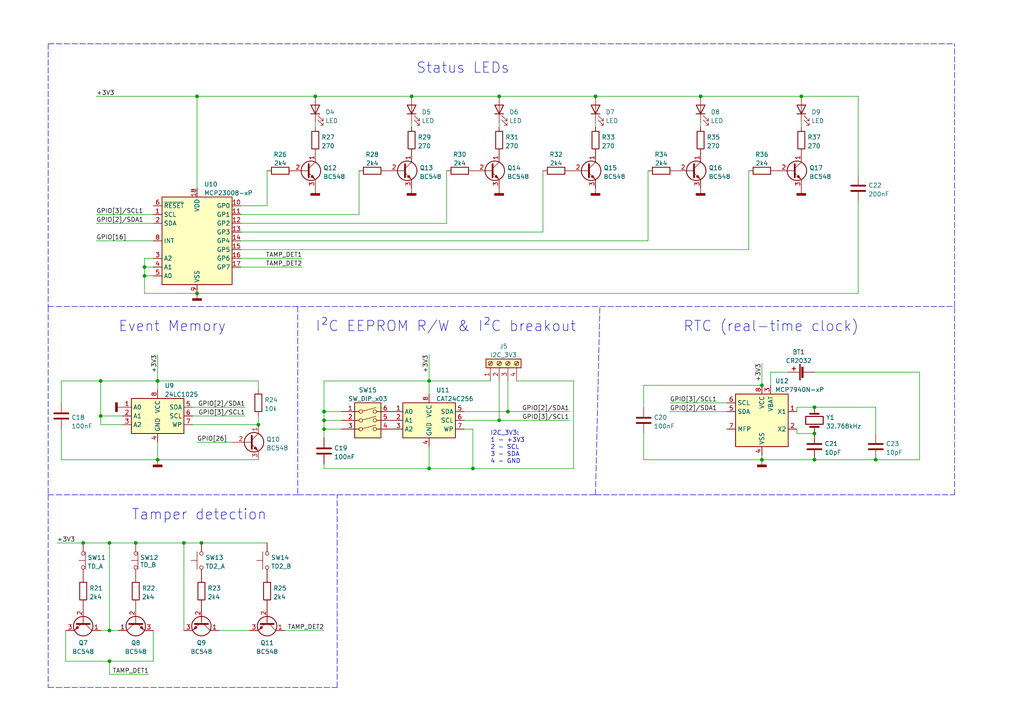
<source format=kicad_sch>
(kicad_sch (version 20211123) (generator eeschema)
  (paper "A4")
  (title_block (title "The Ulysses Board") (date "2022-09-04") (rev "1.3") (company "Dirk Gottschalk") (comment 1 "Status & I2C module") (comment 2 "Schematics") (comment 3 "Draft") (comment 4 "EN") (comment 5 "Tech- dev.") (comment 6 "n/a") (comment 7 "Dirk Gottschalk"))
  (lib_symbols
    (symbol "Connector:Screw_Terminal_01x04" (pin_names (offset 1.016) hide)
      (property "Reference" "J" (at 0 5.08 0))
      (property "Value" "Screw_Terminal_01x04" (at 0 -7.62 0))
      (symbol "Screw_Terminal_01x04_1_1"
        (rectangle (start -1.27 3.81) (end 1.27 -6.35) (stroke (width 0.254)) (fill (type background)))
        (circle (center 0 -5.08) (radius 0.635) (stroke (width 0.1524)))
        (circle (center 0 -2.54) (radius 0.635) (stroke (width 0.1524)))
        (polyline (pts (xy -0.5334 -4.7498) (xy 0.3302 -5.588)) (stroke (width 0.1524)))
        (polyline (pts (xy -0.5334 -2.2098) (xy 0.3302 -3.048)) (stroke (width 0.1524)))
        (polyline (pts (xy -0.5334 0.3302) (xy 0.3302 -0.508)) (stroke (width 0.1524)))
        (polyline (pts (xy -0.5334 2.8702) (xy 0.3302 2.032)) (stroke (width 0.1524)))
        (polyline (pts (xy -0.3556 -4.572) (xy 0.508 -5.4102)) (stroke (width 0.1524)))
        (polyline (pts (xy -0.3556 -2.032) (xy 0.508 -2.8702)) (stroke (width 0.1524)))
        (polyline (pts (xy -0.3556 0.508) (xy 0.508 -0.3302)) (stroke (width 0.1524)))
        (polyline (pts (xy -0.3556 3.048) (xy 0.508 2.2098)) (stroke (width 0.1524)))
        (circle (center 0 0) (radius 0.635) (stroke (width 0.1524)))
        (circle (center 0 2.54) (radius 0.635) (stroke (width 0.1524)))
        (pin passive line (at -5.08 2.54 0) (length 3.81) (name "Pin_1") (number "1"))
        (pin passive line (at -5.08 0 0) (length 3.81) (name "Pin_2") (number "2"))
        (pin passive line (at -5.08 -2.54 0) (length 3.81) (name "Pin_3") (number "3"))
        (pin passive line (at -5.08 -5.08 0) (length 3.81) (name "Pin_4") (number "4"))
      )
    )
    (symbol "Device:Battery_Cell" (pin_numbers hide) (pin_names (offset 0) hide)
      (property "Reference" "BT" (at 2.54 2.54 0))
      (property "Value" "Battery_Cell" (at 2.54 0 0))
      (symbol "Battery_Cell_0_1"
        (rectangle (start -2.286 1.778) (end 2.286 1.524) (fill (type outline)))
        (rectangle (start -1.5748 1.1938) (end 1.4732 0.6858) (fill (type outline)))
        (polyline (pts (xy 0 0.762) (xy 0 0)))
        (polyline (pts (xy 0 1.778) (xy 0 2.54)))
        (polyline (pts (xy 0.508 3.429) (xy 1.524 3.429)) (stroke (width 0.254)))
        (polyline (pts (xy 1.016 3.937) (xy 1.016 2.921)) (stroke (width 0.254)))
      )
      (symbol "Battery_Cell_1_1"
        (pin passive line (at 0 5.08 270) (length 2.54) (name "+") (number "1"))
        (pin passive line (at 0 -2.54 90) (length 2.54) (name "-") (number "2"))
      )
    )
    (symbol "Device:C" (pin_numbers hide) (pin_names (offset 0.254))
      (property "Reference" "C" (at 0.635 2.54 0))
      (property "Value" "C" (at 0.635 -2.54 0))
      (symbol "C_0_1"
        (polyline (pts (xy -2.032 -0.762) (xy 2.032 -0.762)) (stroke (width 0.508)))
        (polyline (pts (xy -2.032 0.762) (xy 2.032 0.762)) (stroke (width 0.508)))
      )
      (symbol "C_1_1"
        (pin passive line (at 0 3.81 270) (length 2.794) (name "~") (number "1"))
        (pin passive line (at 0 -3.81 90) (length 2.794) (name "~") (number "2"))
      )
    )
    (symbol "Device:Crystal" (pin_numbers hide) (pin_names (offset 1.016) hide)
      (property "Reference" "Y" (at 0 3.81 0))
      (property "Value" "Crystal" (at 0 -3.81 0))
      (symbol "Crystal_0_1"
        (rectangle (start -1.143 2.54) (end 1.143 -2.54) (stroke (width 0.3048)))
        (polyline (pts (xy -2.54 0) (xy -1.905 0)))
        (polyline (pts (xy -1.905 -1.27) (xy -1.905 1.27)) (stroke (width 0.508)))
        (polyline (pts (xy 1.905 -1.27) (xy 1.905 1.27)) (stroke (width 0.508)))
        (polyline (pts (xy 2.54 0) (xy 1.905 0)))
      )
      (symbol "Crystal_1_1"
        (pin passive line (at -3.81 0 0) (length 1.27) (name "1") (number "1"))
        (pin passive line (at 3.81 0 180) (length 1.27) (name "2") (number "2"))
      )
    )
    (symbol "Device:LED" (pin_numbers hide) (pin_names (offset 1.016) hide)
      (property "Reference" "D" (at 0 2.54 0))
      (property "Value" "LED" (at 0 -2.54 0))
      (symbol "LED_0_1"
        (polyline (pts (xy -1.27 -1.27) (xy -1.27 1.27)) (stroke (width 0.254)))
        (polyline (pts (xy -1.27 0) (xy 1.27 0)))
        (polyline (pts (xy 1.27 -1.27) (xy 1.27 1.27) (xy -1.27 0) (xy 1.27 -1.27)) (stroke (width 0.254)))
        (polyline (pts (xy -3.048 -0.762) (xy -4.572 -2.286) (xy -3.81 -2.286) (xy -4.572 -2.286) (xy -4.572 -1.524)))
        (polyline (pts (xy -1.778 -0.762) (xy -3.302 -2.286) (xy -2.54 -2.286) (xy -3.302 -2.286) (xy -3.302 -1.524)))
      )
      (symbol "LED_1_1"
        (pin passive line (at -3.81 0 0) (length 2.54) (name "K") (number "1"))
        (pin passive line (at 3.81 0 180) (length 2.54) (name "A") (number "2"))
      )
    )
    (symbol "Device:R" (pin_numbers hide) (pin_names (offset 0))
      (property "Reference" "R" (at 2.032 0 90))
      (property "Value" "R" (at 0 0 90))
      (symbol "R_0_1"
        (rectangle (start -1.016 -2.54) (end 1.016 2.54) (stroke (width 0.254)))
      )
      (symbol "R_1_1"
        (pin passive line (at 0 3.81 270) (length 1.27) (name "~") (number "1"))
        (pin passive line (at 0 -3.81 90) (length 1.27) (name "~") (number "2"))
      )
    )
    (symbol "Interface_Expansion:MCP23008-xP"
      (property "Reference" "U" (at -8.89 13.97 0))
      (property "Value" "MCP23008-xP" (at 8.89 13.97 0))
      (symbol "MCP23008-xP_0_1"
        (rectangle (start -10.16 12.7) (end 10.16 -12.7) (stroke (width 0.254)) (fill (type background)))
      )
      (symbol "MCP23008-xP_1_1"
        (pin input line (at -12.7 7.62 0) (length 2.54) (name "SCL") (number "1"))
        (pin bidirectional line (at 12.7 10.16 180) (length 2.54) (name "GP0") (number "10"))
        (pin bidirectional line (at 12.7 7.62 180) (length 2.54) (name "GP1") (number "11"))
        (pin bidirectional line (at 12.7 5.08 180) (length 2.54) (name "GP2") (number "12"))
        (pin bidirectional line (at 12.7 2.54 180) (length 2.54) (name "GP3") (number "13"))
        (pin bidirectional line (at 12.7 0 180) (length 2.54) (name "GP4") (number "14"))
        (pin bidirectional line (at 12.7 -2.54 180) (length 2.54) (name "GP5") (number "15"))
        (pin bidirectional line (at 12.7 -5.08 180) (length 2.54) (name "GP6") (number "16"))
        (pin bidirectional line (at 12.7 -7.62 180) (length 2.54) (name "GP7") (number "17"))
        (pin power_in line (at 0 15.24 270) (length 2.54) (name "VDD") (number "18"))
        (pin bidirectional line (at -12.7 5.08 0) (length 2.54) (name "SDA") (number "2"))
        (pin input line (at -12.7 -5.08 0) (length 2.54) (name "A2") (number "3"))
        (pin input line (at -12.7 -7.62 0) (length 2.54) (name "A1") (number "4"))
        (pin input line (at -12.7 -10.16 0) (length 2.54) (name "A0") (number "5"))
        (pin input line (at -12.7 10.16 0) (length 2.54) (name "~{RESET}") (number "6"))
        (pin no_connect line (at -10.16 -2.54 0) (length 2.54) hide (name "NC") (number "7"))
        (pin output line (at -12.7 0 0) (length 2.54) (name "INT") (number "8"))
        (pin power_in line (at 0 -15.24 90) (length 2.54) (name "VSS") (number "9"))
      )
    )
    (symbol "Memory_EEPROM:24LC1025"
      (property "Reference" "U" (at -6.35 6.35 0))
      (property "Value" "24LC1025" (at 1.27 6.35 0))
      (symbol "24LC1025_1_1"
        (rectangle (start -7.62 5.08) (end 7.62 -5.08) (stroke (width 0.254)) (fill (type background)))
        (pin input line (at -10.16 2.54 0) (length 2.54) (name "A0") (number "1"))
        (pin input line (at -10.16 0 0) (length 2.54) (name "A1") (number "2"))
        (pin input line (at -10.16 -2.54 0) (length 2.54) (name "A2") (number "3"))
        (pin power_in line (at 0 -7.62 90) (length 2.54) (name "GND") (number "4"))
        (pin bidirectional line (at 10.16 2.54 180) (length 2.54) (name "SDA") (number "5"))
        (pin input line (at 10.16 0 180) (length 2.54) (name "SCL") (number "6"))
        (pin input line (at 10.16 -2.54 180) (length 2.54) (name "WP") (number "7"))
        (pin power_in line (at 0 7.62 270) (length 2.54) (name "VCC") (number "8"))
      )
    )
    (symbol "Memory_EEPROM:CAT24C256"
      (property "Reference" "U" (at -6.35 6.35 0))
      (property "Value" "CAT24C256" (at 1.27 6.35 0))
      (symbol "CAT24C256_1_1"
        (rectangle (start -7.62 5.08) (end 7.62 -5.08) (stroke (width 0.254)) (fill (type background)))
        (pin input line (at -10.16 2.54 0) (length 2.54) (name "A0") (number "1"))
        (pin input line (at -10.16 0 0) (length 2.54) (name "A1") (number "2"))
        (pin input line (at -10.16 -2.54 0) (length 2.54) (name "A2") (number "3"))
        (pin power_in line (at 0 -7.62 90) (length 2.54) (name "GND") (number "4"))
        (pin bidirectional line (at 10.16 2.54 180) (length 2.54) (name "SDA") (number "5"))
        (pin input line (at 10.16 0 180) (length 2.54) (name "SCL") (number "6"))
        (pin input line (at 10.16 -2.54 180) (length 2.54) (name "WP") (number "7"))
        (pin power_in line (at 0 7.62 270) (length 2.54) (name "VCC") (number "8"))
      )
    )
    (symbol "Switch:SW_DIP_x03" (pin_names (offset 0) hide)
      (property "Reference" "SW" (at 0 8.89 0))
      (property "Value" "SW_DIP_x03" (at 0 -3.81 0))
      (symbol "SW_DIP_x03_0_0"
        (circle (center -2.032 0) (radius 0.508))
        (circle (center -2.032 2.54) (radius 0.508))
        (circle (center -2.032 5.08) (radius 0.508))
        (polyline (pts (xy -1.524 0.127) (xy 2.3622 1.1684)))
        (polyline (pts (xy -1.524 2.667) (xy 2.3622 3.7084)))
        (polyline (pts (xy -1.524 5.207) (xy 2.3622 6.2484)))
        (circle (center 2.032 0) (radius 0.508))
        (circle (center 2.032 2.54) (radius 0.508))
        (circle (center 2.032 5.08) (radius 0.508))
      )
      (symbol "SW_DIP_x03_0_1"
        (rectangle (start -3.81 7.62) (end 3.81 -2.54) (stroke (width 0.254)) (fill (type background)))
      )
      (symbol "SW_DIP_x03_1_1"
        (pin passive line (at -7.62 5.08 0) (length 5.08) (name "~") (number "1"))
        (pin passive line (at -7.62 2.54 0) (length 5.08) (name "~") (number "2"))
        (pin passive line (at -7.62 0 0) (length 5.08) (name "~") (number "3"))
        (pin passive line (at 7.62 0 180) (length 5.08) (name "~") (number "4"))
        (pin passive line (at 7.62 2.54 180) (length 5.08) (name "~") (number "5"))
        (pin passive line (at 7.62 5.08 180) (length 5.08) (name "~") (number "6"))
      )
    )
    (symbol "Switch:SW_Push" (pin_numbers hide) (pin_names (offset 1.016) hide)
      (property "Reference" "SW" (at 1.27 2.54 0))
      (property "Value" "SW_Push" (at 0 -1.524 0))
      (symbol "SW_Push_0_1"
        (circle (center -2.032 0) (radius 0.508))
        (polyline (pts (xy 0 1.27) (xy 0 3.048)))
        (polyline (pts (xy 2.54 1.27) (xy -2.54 1.27)))
        (circle (center 2.032 0) (radius 0.508))
        (pin passive line (at -5.08 0 0) (length 2.54) (name "1") (number "1"))
        (pin passive line (at 5.08 0 180) (length 2.54) (name "2") (number "2"))
      )
    )
    (symbol "Switch:SW_Push_Open" (pin_numbers hide) (pin_names (offset 1.016) hide)
      (property "Reference" "SW" (at 0 2.54 0))
      (property "Value" "SW_Push_Open" (at 0 -1.905 0))
      (symbol "SW_Push_Open_0_1"
        (circle (center -2.032 0) (radius 0.508))
        (polyline (pts (xy -2.54 -0.635) (xy 2.54 -0.635)))
        (polyline (pts (xy 0 -0.635) (xy 0 1.27)))
        (circle (center 2.032 0) (radius 0.508))
        (pin passive line (at -5.08 0 0) (length 2.54) (name "A") (number "1"))
      )
      (symbol "SW_Push_Open_1_1"
        (pin passive line (at 5.08 0 180) (length 2.54) (name "B") (number "2"))
      )
    )
    (symbol "Timer_RTC:MCP7940N-xP"
      (property "Reference" "U" (at -6.35 8.89 0))
      (property "Value" "MCP7940N-xP" (at 11.43 8.89 0))
      (symbol "MCP7940N-xP_0_1"
        (rectangle (start -7.62 7.62) (end 7.62 -7.62) (stroke (width 0.254)) (fill (type background)))
      )
      (symbol "MCP7940N-xP_1_1"
        (pin input line (at 10.16 2.54 180) (length 2.54) (name "X1") (number "1"))
        (pin output line (at 10.16 -2.54 180) (length 2.54) (name "X2") (number "2"))
        (pin power_in line (at 2.54 10.16 270) (length 2.54) (name "VBAT") (number "3"))
        (pin power_in line (at 0 -10.16 90) (length 2.54) (name "VSS") (number "4"))
        (pin bidirectional line (at -10.16 2.54 0) (length 2.54) (name "SDA") (number "5"))
        (pin input line (at -10.16 5.08 0) (length 2.54) (name "SCL") (number "6"))
        (pin open_collector line (at -10.16 -2.54 0) (length 2.54) (name "MFP") (number "7"))
        (pin power_in line (at 0 10.16 270) (length 2.54) (name "VCC") (number "8"))
      )
    )
    (symbol "Transistor_BJT:BC548" (pin_names (offset 0) hide)
      (property "Reference" "Q" (at 5.08 1.905 0))
      (property "Value" "BC548" (at 5.08 0 0))
      (symbol "BC548_0_1"
        (polyline (pts (xy 0 0) (xy 0.635 0)))
        (polyline (pts (xy 0.635 0.635) (xy 2.54 2.54)))
        (polyline (pts (xy 0.635 -0.635) (xy 2.54 -2.54) (xy 2.54 -2.54)))
        (polyline (pts (xy 0.635 1.905) (xy 0.635 -1.905) (xy 0.635 -1.905)) (stroke (width 0.508)))
        (polyline (pts (xy 1.27 -1.778) (xy 1.778 -1.27) (xy 2.286 -2.286) (xy 1.27 -1.778) (xy 1.27 -1.778)) (fill (type outline)))
        (circle (center 1.27 0) (radius 2.8194) (stroke (width 0.254)))
      )
      (symbol "BC548_1_1"
        (pin passive line (at 2.54 5.08 270) (length 2.54) (name "C") (number "1"))
        (pin input line (at -5.08 0 0) (length 5.08) (name "B") (number "2"))
        (pin passive line (at 2.54 -5.08 90) (length 2.54) (name "E") (number "3"))
      )
    )
    (symbol "power:GNDD" (power) (pin_names (offset 0))
      (property "Value" "GNDD" (at 0 -3.175 0))
      (symbol "GNDD_0_1"
        (rectangle (start -1.27 -1.524) (end 1.27 -2.032) (stroke (width 0.254)) (fill (type outline)))
        (polyline (pts (xy 0 0) (xy 0 -1.524)))
      )
      (symbol "GNDD_1_1"
        (pin power_in line (at 0 0 270) (length 0) hide (name "GNDD") (number "1"))
      )
    )
  )
  (junction (at 29.21 110.49))
  (junction (at 57.15 27.94))
  (junction (at 236.22 125.73))
  (junction (at 220.98 133.35))
  (junction (at 91.44 27.94))
  (junction (at 57.15 85.09))
  (junction (at 53.34 157.48))
  (junction (at 232.41 27.94))
  (junction (at 236.22 133.35))
  (junction (at 144.78 121.92))
  (junction (at 41.91 77.47))
  (junction (at 137.16 135.89))
  (junction (at 124.46 110.49))
  (junction (at 93.98 124.46))
  (junction (at 58.42 157.48))
  (junction (at 119.38 27.94))
  (junction (at 254 133.35))
  (junction (at 144.78 27.94))
  (junction (at 172.72 27.94))
  (junction (at 93.98 119.38))
  (junction (at 45.72 133.35))
  (junction (at 24.13 157.48))
  (junction (at 29.21 120.65))
  (junction (at 74.93 123.19))
  (junction (at 220.98 111.76))
  (junction (at 236.22 118.11))
  (junction (at 124.46 135.89))
  (junction (at 31.75 182.88))
  (junction (at 93.98 121.92))
  (junction (at 45.72 110.49))
  (junction (at 31.75 157.48))
  (junction (at 41.91 80.01))
  (junction (at 203.2 27.94))
  (junction (at 147.32 119.38))
  (junction (at 39.37 157.48))
  (junction (at 31.75 191.77))
  (wire (pts (xy 194.31 116.84) (xy 210.82 116.84)))
  (wire (pts (xy 203.2 27.94) (xy 232.41 27.94)))
  (wire (pts (xy 27.94 64.77) (xy 44.45 64.77)))
  (polyline (pts (xy 276.86 88.9) (xy 276.86 12.7)))
  (wire (pts (xy 266.7 107.95) (xy 266.7 133.35)))
  (wire (pts (xy 124.46 129.54) (xy 124.46 135.89)))
  (wire (pts (xy 45.72 128.27) (xy 45.72 133.35)))
  (polyline (pts (xy 13.97 88.9) (xy 13.97 143.51)))
  (wire (pts (xy 248.92 27.94) (xy 232.41 27.94)))
  (wire (pts (xy 231.14 119.38) (xy 231.14 118.11)))
  (polyline (pts (xy 13.97 88.9) (xy 276.86 88.9)))
  (wire (pts (xy 147.32 110.49) (xy 147.32 119.38)))
  (wire (pts (xy 16.51 157.48) (xy 24.13 157.48)))
  (polyline (pts (xy 276.86 143.51) (xy 276.86 88.9)))
  (wire (pts (xy 27.94 69.85) (xy 44.45 69.85)))
  (wire (pts (xy 172.72 27.94) (xy 203.2 27.94)))
  (wire (pts (xy 41.91 80.01) (xy 44.45 80.01)))
  (wire (pts (xy 45.72 133.35) (xy 17.78 133.35)))
  (wire (pts (xy 93.98 121.92) (xy 93.98 119.38)))
  (wire (pts (xy 35.56 123.19) (xy 29.21 123.19)))
  (wire (pts (xy 134.62 119.38) (xy 147.32 119.38)))
  (wire (pts (xy 232.41 35.56) (xy 232.41 36.83)))
  (wire (pts (xy 69.85 67.31) (xy 157.48 67.31)))
  (wire (pts (xy 93.98 119.38) (xy 93.98 110.49)))
  (wire (pts (xy 194.31 119.38) (xy 210.82 119.38)))
  (wire (pts (xy 236.22 133.35) (xy 254 133.35)))
  (polyline (pts (xy 13.97 143.51) (xy 13.97 199.39)))
  (wire (pts (xy 220.98 132.08) (xy 220.98 133.35)))
  (wire (pts (xy 266.7 133.35) (xy 254 133.35)))
  (polyline (pts (xy 13.97 199.39) (xy 97.79 199.39)))
  (wire (pts (xy 203.2 35.56) (xy 203.2 36.83)))
  (wire (pts (xy 124.46 135.89) (xy 137.16 135.89)))
  (wire (pts (xy 55.88 120.65) (xy 71.12 120.65)))
  (wire (pts (xy 31.75 182.88) (xy 34.29 182.88)))
  (wire (pts (xy 69.85 72.39) (xy 217.17 72.39)))
  (wire (pts (xy 231.14 124.46) (xy 231.14 125.73)))
  (wire (pts (xy 53.34 157.48) (xy 53.34 182.88)))
  (wire (pts (xy 236.22 107.95) (xy 266.7 107.95)))
  (wire (pts (xy 57.15 27.94) (xy 91.44 27.94)))
  (wire (pts (xy 82.55 182.88) (xy 93.98 182.88)))
  (wire (pts (xy 17.78 110.49) (xy 17.78 116.84)))
  (wire (pts (xy 129.54 64.77) (xy 129.54 49.53)))
  (wire (pts (xy 55.88 123.19) (xy 74.93 123.19)))
  (wire (pts (xy 144.78 121.92) (xy 165.1 121.92)))
  (wire (pts (xy 186.69 111.76) (xy 220.98 111.76)))
  (wire (pts (xy 104.14 62.23) (xy 104.14 49.53)))
  (wire (pts (xy 41.91 85.09) (xy 41.91 80.01)))
  (wire (pts (xy 27.94 27.94) (xy 57.15 27.94)))
  (wire (pts (xy 134.62 121.92) (xy 144.78 121.92)))
  (wire (pts (xy 124.46 102.87) (xy 124.46 110.49)))
  (wire (pts (xy 69.85 59.69) (xy 77.47 59.69)))
  (wire (pts (xy 69.85 64.77) (xy 129.54 64.77)))
  (wire (pts (xy 124.46 110.49) (xy 142.24 110.49)))
  (wire (pts (xy 31.75 157.48) (xy 31.75 182.88)))
  (wire (pts (xy 248.92 58.42) (xy 248.92 85.09)))
  (polyline (pts (xy 13.97 12.7) (xy 13.97 88.9)))
  (polyline (pts (xy 13.97 12.7) (xy 276.86 12.7)))
  (wire (pts (xy 124.46 110.49) (xy 124.46 114.3)))
  (wire (pts (xy 172.72 35.56) (xy 172.72 36.83)))
  (polyline (pts (xy 86.36 88.9) (xy 86.36 143.51)))
  (wire (pts (xy 217.17 72.39) (xy 217.17 49.53)))
  (wire (pts (xy 29.21 123.19) (xy 29.21 120.65)))
  (wire (pts (xy 74.93 123.19) (xy 74.93 120.65)))
  (wire (pts (xy 223.52 107.95) (xy 228.6 107.95)))
  (wire (pts (xy 254 125.73) (xy 254 118.11)))
  (wire (pts (xy 45.72 102.87) (xy 45.72 110.49)))
  (wire (pts (xy 43.18 195.58) (xy 31.75 195.58)))
  (wire (pts (xy 31.75 191.77) (xy 44.45 191.77)))
  (wire (pts (xy 93.98 110.49) (xy 124.46 110.49)))
  (wire (pts (xy 55.88 118.11) (xy 71.12 118.11)))
  (wire (pts (xy 149.86 110.49) (xy 166.37 110.49)))
  (wire (pts (xy 24.13 157.48) (xy 31.75 157.48)))
  (wire (pts (xy 144.78 35.56) (xy 144.78 36.83)))
  (wire (pts (xy 93.98 119.38) (xy 99.06 119.38)))
  (wire (pts (xy 57.15 85.09) (xy 41.91 85.09)))
  (wire (pts (xy 69.85 62.23) (xy 104.14 62.23)))
  (wire (pts (xy 41.91 77.47) (xy 44.45 77.47)))
  (wire (pts (xy 58.42 157.48) (xy 77.47 157.48)))
  (wire (pts (xy 45.72 110.49) (xy 45.72 113.03)))
  (wire (pts (xy 91.44 35.56) (xy 91.44 36.83)))
  (wire (pts (xy 223.52 111.76) (xy 223.52 107.95)))
  (wire (pts (xy 31.75 195.58) (xy 31.75 191.77)))
  (wire (pts (xy 93.98 121.92) (xy 99.06 121.92)))
  (wire (pts (xy 53.34 157.48) (xy 58.42 157.48)))
  (polyline (pts (xy 172.72 143.51) (xy 173.99 88.9)))
  (wire (pts (xy 17.78 110.49) (xy 29.21 110.49)))
  (wire (pts (xy 41.91 77.47) (xy 41.91 80.01)))
  (wire (pts (xy 157.48 67.31) (xy 157.48 49.53)))
  (wire (pts (xy 220.98 105.41) (xy 220.98 111.76)))
  (wire (pts (xy 147.32 119.38) (xy 165.1 119.38)))
  (wire (pts (xy 39.37 157.48) (xy 53.34 157.48)))
  (wire (pts (xy 119.38 35.56) (xy 119.38 36.83)))
  (wire (pts (xy 137.16 124.46) (xy 137.16 135.89)))
  (wire (pts (xy 119.38 27.94) (xy 144.78 27.94)))
  (polyline (pts (xy 86.36 143.51) (xy 172.72 143.51)))
  (wire (pts (xy 69.85 77.47) (xy 87.63 77.47)))
  (wire (pts (xy 186.69 118.11) (xy 186.69 111.76)))
  (wire (pts (xy 17.78 124.46) (xy 17.78 133.35)))
  (wire (pts (xy 31.75 157.48) (xy 39.37 157.48)))
  (wire (pts (xy 166.37 110.49) (xy 166.37 135.89)))
  (wire (pts (xy 77.47 49.53) (xy 77.47 59.69)))
  (wire (pts (xy 134.62 124.46) (xy 137.16 124.46)))
  (polyline (pts (xy 172.72 143.51) (xy 276.86 143.51)))
  (wire (pts (xy 19.05 182.88) (xy 19.05 191.77)))
  (wire (pts (xy 29.21 120.65) (xy 29.21 110.49)))
  (wire (pts (xy 69.85 69.85) (xy 187.96 69.85)))
  (wire (pts (xy 57.15 85.09) (xy 248.92 85.09)))
  (wire (pts (xy 254 118.11) (xy 236.22 118.11)))
  (wire (pts (xy 91.44 27.94) (xy 119.38 27.94)))
  (wire (pts (xy 29.21 110.49) (xy 45.72 110.49)))
  (wire (pts (xy 231.14 125.73) (xy 236.22 125.73)))
  (wire (pts (xy 57.15 27.94) (xy 57.15 54.61)))
  (wire (pts (xy 93.98 124.46) (xy 93.98 127)))
  (wire (pts (xy 44.45 191.77) (xy 44.45 182.88)))
  (wire (pts (xy 248.92 50.8) (xy 248.92 27.94)))
  (wire (pts (xy 144.78 110.49) (xy 144.78 121.92)))
  (wire (pts (xy 220.98 133.35) (xy 236.22 133.35)))
  (wire (pts (xy 29.21 182.88) (xy 31.75 182.88)))
  (polyline (pts (xy 97.79 199.39) (xy 97.79 143.51)))
  (wire (pts (xy 74.93 110.49) (xy 45.72 110.49)))
  (wire (pts (xy 29.21 120.65) (xy 35.56 120.65)))
  (wire (pts (xy 19.05 191.77) (xy 31.75 191.77)))
  (wire (pts (xy 231.14 118.11) (xy 236.22 118.11)))
  (wire (pts (xy 144.78 27.94) (xy 172.72 27.94)))
  (wire (pts (xy 74.93 113.03) (xy 74.93 110.49)))
  (wire (pts (xy 137.16 135.89) (xy 166.37 135.89)))
  (wire (pts (xy 99.06 124.46) (xy 93.98 124.46)))
  (wire (pts (xy 187.96 69.85) (xy 187.96 49.53)))
  (wire (pts (xy 44.45 74.93) (xy 41.91 74.93)))
  (wire (pts (xy 69.85 74.93) (xy 87.63 74.93)))
  (wire (pts (xy 93.98 134.62) (xy 93.98 135.89)))
  (polyline (pts (xy 13.97 143.51) (xy 86.36 143.51)))
  (wire (pts (xy 186.69 133.35) (xy 220.98 133.35)))
  (wire (pts (xy 27.94 62.23) (xy 44.45 62.23)))
  (wire (pts (xy 63.5 182.88) (xy 72.39 182.88)))
  (wire (pts (xy 186.69 125.73) (xy 186.69 133.35)))
  (wire (pts (xy 74.93 133.35) (xy 45.72 133.35)))
  (wire (pts (xy 93.98 124.46) (xy 93.98 121.92)))
  (wire (pts (xy 57.15 128.27) (xy 67.31 128.27)))
  (wire (pts (xy 41.91 74.93) (xy 41.91 77.47)))
  (wire (pts (xy 93.98 135.89) (xy 124.46 135.89)))
  (text "I2C_3V3:\n1 - +3V3\n2 - SCL\n3 - SDA\n4 - GND" (at 142.24 134.62 0) (effects (font (size 1.27 1.27)) (justify left bottom)))
  (text "RTC (real-time clock)" (at 198.12 96.52 0) (effects (font (size 3 3)) (justify left bottom)))
  (text "Event Memory" (at 34.29 96.52 0) (effects (font (size 3 3)) (justify left bottom)))
  (text "Tamper detection" (at 38.1 151.13 0) (effects (font (size 3 3)) (justify left bottom)))
  (text "Status LEDs" (at 120.65 21.59 0) (effects (font (size 3 3)) (justify left bottom)))
  (text "I²C EEPROM R/W & I²C breakout" (at 91.44 96.52 0) (effects (font (size 3 3)) (justify left bottom)))
  (label "GPIO[2]{slash}SDA1" (at 71.12 118.11 180))
  (label "+3V3" (at 16.51 157.48 0))
  (label "GPIO[3]{slash}SCL1" (at 165.1 121.92 180))
  (label "GPIO[2]{slash}SDA1" (at 27.94 64.77 0))
  (label "GPIO[2]{slash}SDA1" (at 194.31 119.38 0))
  (label "GPIO[26]" (at 57.15 128.27 0))
  (label "GPIO[2]{slash}SDA1" (at 165.1 119.38 180))
  (label "TAMP_DET2" (at 93.98 182.88 180))
  (label "TAMP_DET1" (at 87.63 74.93 180))
  (label "GPIO[16]" (at 27.94 69.85 0))
  (label "GPIO[3]{slash}SCL1" (at 71.12 120.65 180))
  (label "TAMP_DET2" (at 87.63 77.47 180))
  (label "+3V3" (at 27.94 27.94 0))
  (label "TAMP_DET1" (at 43.18 195.58 180))
  (label "+3V3" (at 124.46 102.87 270))
  (label "+3V3" (at 45.72 102.87 270))
  (label "+3V3" (at 220.98 105.41 270))
  (label "GPIO[3]{slash}SCL1" (at 27.94 62.23 0))
  (label "GPIO[3]{slash}SCL1" (at 194.31 116.84 0))
  (symbol (lib_id "Device:R") (at 191.77 49.53 90) (unit 1)
    (property "Reference" "R34" (at 191.77 44.8142 90))
    (property "Value" "2k4" (at 191.77 47.3511 90))
  )
  (symbol (lib_id "Transistor_BJT:BC548") (at 229.87 49.53 0) (unit 1)
    (property "Reference" "Q17" (at 234.7214 48.6953 0) (effects (justify left)))
    (property "Value" "BC548" (at 234.7214 51.2322 0) (effects (justify left)))
    (property "Footprint" "Package_TO_SOT_THT:TO-92_Inline" (effects hide))
    (property "Datasheet" "https://www.onsemi.com/pub/Collateral/BC550-D.pdf" (effects hide))
  )
  (symbol (lib_id "Memory_EEPROM:CAT24C256") (at 124.46 121.92 0) (unit 1)
    (property "Reference" "U11" (at 126.4794 113.1402 0) (effects (justify left)))
    (property "Value" "CAT24C256" (at 126.4794 115.6771 0) (effects (justify left)))
    (property "Datasheet" "https://www.onsemi.cn/PowerSolutions/document/CAT24C256-D.PDF" (effects hide))
  )
  (symbol (lib_id "Transistor_BJT:BC548") (at 77.47 180.34 270) (unit 1)
    (property "Reference" "Q11" (at 77.47 186.4598 90))
    (property "Value" "BC548" (at 77.47 188.9967 90))
    (property "Footprint" "Package_TO_SOT_THT:TO-92_Inline" (effects hide))
    (property "Datasheet" "https://www.onsemi.com/pub/Collateral/BC550-D.pdf" (effects hide))
  )
  (symbol (lib_id "Device:C") (at 236.22 129.54 0) (unit 1)
    (property "Reference" "C21" (at 239.141 128.7053 0) (effects (justify left)))
    (property "Value" "10pF" (at 239.141 131.2422 0) (effects (justify left)))
  )
  (symbol (lib_id "Transistor_BJT:BC548") (at 142.24 49.53 0) (unit 1)
    (property "Reference" "Q14" (at 147.0914 48.6953 0) (effects (justify left)))
    (property "Value" "BC548" (at 147.0914 51.2322 0) (effects (justify left)))
    (property "Footprint" "Package_TO_SOT_THT:TO-92_Inline" (effects hide))
    (property "Datasheet" "https://www.onsemi.com/pub/Collateral/BC550-D.pdf" (effects hide))
  )
  (symbol (lib_id "power:GNDD") (at 35.56 118.11 270) (unit 1)
    (property "Reference" "#PWR09" (effects hide))
    (property "Value" "GNDD" (effects hide))
  )
  (symbol (lib_id "Device:R") (at 77.47 171.45 0) (unit 1)
    (property "Reference" "R25" (at 79.248 170.6153 0) (effects (justify left)))
    (property "Value" "2k4" (at 79.248 173.1522 0) (effects (justify left)))
  )
  (symbol (lib_id "Device:R") (at 161.29 49.53 90) (unit 1)
    (property "Reference" "R32" (at 161.29 44.8142 90))
    (property "Value" "2k4" (at 161.29 47.3511 90))
  )
  (symbol (lib_id "Device:R") (at 24.13 171.45 0) (unit 1)
    (property "Reference" "R21" (at 25.908 170.6153 0) (effects (justify left)))
    (property "Value" "2k4" (at 25.908 173.1522 0) (effects (justify left)))
  )
  (symbol (lib_id "Switch:SW_Push") (at 58.42 162.56 90) (unit 1)
    (property "Reference" "SW13" (at 59.563 161.7253 90) (effects (justify right)))
    (property "Value" "TD2_A" (at 59.563 164.2622 90) (effects (justify right)))
  )
  (symbol (lib_id "power:GNDD") (at 203.2 54.61 0) (unit 1)
    (property "Reference" "#PWR016" (effects hide))
    (property "Value" "GNDD" (effects hide))
  )
  (symbol (lib_id "Transistor_BJT:BC548") (at 200.66 49.53 0) (unit 1)
    (property "Reference" "Q16" (at 205.5114 48.6953 0) (effects (justify left)))
    (property "Value" "BC548" (at 205.5114 51.2322 0) (effects (justify left)))
    (property "Footprint" "Package_TO_SOT_THT:TO-92_Inline" (effects hide))
    (property "Datasheet" "https://www.onsemi.com/pub/Collateral/BC550-D.pdf" (effects hide))
  )
  (symbol (lib_id "Device:LED") (at 172.72 31.75 90) (unit 1)
    (property "Reference" "D7" (at 175.641 32.5028 90) (effects (justify right)))
    (property "Value" "LED" (at 175.641 35.0397 90) (effects (justify right)))
  )
  (symbol (lib_id "Device:R") (at 39.37 171.45 0) (unit 1)
    (property "Reference" "R22" (at 41.148 170.6153 0) (effects (justify left)))
    (property "Value" "2k4" (at 41.148 173.1522 0) (effects (justify left)))
  )
  (symbol (lib_id "Memory_EEPROM:24LC1025") (at 45.72 120.65 0) (unit 1)
    (property "Reference" "U9" (at 47.7394 111.8702 0) (effects (justify left)))
    (property "Value" "24LC1025" (at 47.7394 114.4071 0) (effects (justify left)))
    (property "Datasheet" "http://ww1.microchip.com/downloads/en/DeviceDoc/21941B.pdf" (effects hide))
  )
  (symbol (lib_id "Switch:SW_DIP_x03") (at 106.68 124.46 0) (unit 1)
    (property "Reference" "SW15" (at 106.68 113.1402 0))
    (property "Value" "SW_DIP_x03" (at 106.68 115.6771 0))
  )
  (symbol (lib_id "power:GNDD") (at 220.98 133.35 0) (unit 1)
    (property "Reference" "#PWR017" (effects hide))
    (property "Value" "GNDD" (effects hide))
  )
  (symbol (lib_id "power:GNDD") (at 172.72 54.61 0) (unit 1)
    (property "Reference" "#PWR015" (effects hide))
    (property "Value" "GNDD" (effects hide))
  )
  (symbol (lib_id "Connector:Screw_Terminal_01x04") (at 144.78 105.41 90) (unit 1)
    (property "Reference" "J5" (at 146.05 100.4402 90))
    (property "Value" "I2C_3V3" (at 146.05 102.9771 90))
  )
  (symbol (lib_id "Switch:SW_Push") (at 77.47 162.56 90) (unit 1)
    (property "Reference" "SW14" (at 78.613 161.7253 90) (effects (justify right)))
    (property "Value" "TD2_B" (at 78.613 164.2622 90) (effects (justify right)))
  )
  (symbol (lib_id "Transistor_BJT:BC548") (at 58.42 180.34 270) (unit 1)
    (property "Reference" "Q9" (at 58.42 186.4598 90))
    (property "Value" "BC548" (at 58.42 188.9967 90))
    (property "Footprint" "Package_TO_SOT_THT:TO-92_Inline" (effects hide))
    (property "Datasheet" "https://www.onsemi.com/pub/Collateral/BC550-D.pdf" (effects hide))
  )
  (symbol (lib_id "Device:C") (at 17.78 120.65 0) (unit 1)
    (property "Reference" "C18" (at 20.701 121.0853 0) (effects (justify left)))
    (property "Value" "100nF" (at 20.701 123.6222 0) (effects (justify left)))
  )
  (symbol (lib_id "Device:Battery_Cell") (at 233.68 107.95 90) (unit 1)
    (property "Reference" "BT1" (at 231.648 102.0912 90))
    (property "Value" "CR2032" (at 231.648 104.6281 90))
  )
  (symbol (lib_id "Device:R") (at 91.44 40.64 0) (unit 1)
    (property "Reference" "R27" (at 93.218 39.8053 0) (effects (justify left)))
    (property "Value" "270" (at 93.218 42.3422 0) (effects (justify left)))
  )
  (symbol (lib_id "Device:LED") (at 119.38 31.75 90) (unit 1)
    (property "Reference" "D5" (at 122.301 32.5028 90) (effects (justify right)))
    (property "Value" "LED" (at 122.301 35.0397 90) (effects (justify right)))
  )
  (symbol (lib_id "Transistor_BJT:BC548") (at 116.84 49.53 0) (unit 1)
    (property "Reference" "Q13" (at 121.6914 48.6953 0) (effects (justify left)))
    (property "Value" "BC548" (at 121.6914 51.2322 0) (effects (justify left)))
    (property "Footprint" "Package_TO_SOT_THT:TO-92_Inline" (effects hide))
    (property "Datasheet" "https://www.onsemi.com/pub/Collateral/BC550-D.pdf" (effects hide))
  )
  (symbol (lib_id "Device:C") (at 254 129.54 0) (unit 1)
    (property "Reference" "C23" (at 256.921 128.7053 0) (effects (justify left)))
    (property "Value" "10pF" (at 256.921 131.2422 0) (effects (justify left)))
  )
  (symbol (lib_id "Device:LED") (at 144.78 31.75 90) (unit 1)
    (property "Reference" "D6" (at 147.701 32.5028 90) (effects (justify right)))
    (property "Value" "LED" (at 147.701 35.0397 90) (effects (justify right)))
  )
  (symbol (lib_id "Transistor_BJT:BC548") (at 72.39 128.27 0) (unit 1)
    (property "Reference" "Q10" (at 77.2414 127.4353 0) (effects (justify left)))
    (property "Value" "BC548" (at 77.2414 129.9722 0) (effects (justify left)))
    (property "Footprint" "Package_TO_SOT_THT:TO-92_Inline" (effects hide))
    (property "Datasheet" "https://www.onsemi.com/pub/Collateral/BC550-D.pdf" (effects hide))
  )
  (symbol (lib_id "Device:R") (at 74.93 116.84 0) (unit 1)
    (property "Reference" "R24" (at 76.708 116.0053 0) (effects (justify left)))
    (property "Value" "10k" (at 76.708 118.5422 0) (effects (justify left)))
  )
  (symbol (lib_id "Device:Crystal") (at 236.22 121.92 270) (unit 1)
    (property "Reference" "Y1" (at 239.5474 121.0853 90) (effects (justify left)))
    (property "Value" "32.768kHz" (at 239.5474 123.6222 90) (effects (justify left)))
  )
  (symbol (lib_id "Device:LED") (at 203.2 31.75 90) (unit 1)
    (property "Reference" "D8" (at 206.121 32.5028 90) (effects (justify right)))
    (property "Value" "LED" (at 206.121 35.0397 90) (effects (justify right)))
  )
  (symbol (lib_id "Device:R") (at 203.2 40.64 0) (unit 1)
    (property "Reference" "R35" (at 204.978 39.8053 0) (effects (justify left)))
    (property "Value" "270" (at 204.978 42.3422 0) (effects (justify left)))
  )
  (symbol (lib_id "power:GNDD") (at 57.15 85.09 0) (unit 1)
    (property "Reference" "#PWR011" (effects hide))
    (property "Value" "GNDD" (effects hide))
  )
  (symbol (lib_id "power:GNDD") (at 144.78 54.61 0) (unit 1)
    (property "Reference" "#PWR014" (effects hide))
    (property "Value" "GNDD" (effects hide))
  )
  (symbol (lib_id "power:GNDD") (at 232.41 54.61 0) (unit 1)
    (property "Reference" "#PWR018" (effects hide))
    (property "Value" "GNDD" (effects hide))
  )
  (symbol (lib_id "Device:R") (at 220.98 49.53 90) (unit 1)
    (property "Reference" "R36" (at 220.98 44.8142 90))
    (property "Value" "2k4" (at 220.98 47.3511 90))
  )
  (symbol (lib_id "Transistor_BJT:BC548") (at 39.37 180.34 90) (mirror x) (unit 1)
    (property "Reference" "Q8" (at 39.37 186.4598 90))
    (property "Value" "BC548" (at 39.37 188.9967 90))
    (property "Footprint" "Package_TO_SOT_THT:TO-92_Inline" (effects hide))
    (property "Datasheet" "https://www.onsemi.com/pub/Collateral/BC550-D.pdf" (effects hide))
  )
  (symbol (lib_id "Transistor_BJT:BC548") (at 88.9 49.53 0) (unit 1)
    (property "Reference" "Q12" (at 93.7514 48.6953 0) (effects (justify left)))
    (property "Value" "BC548" (at 93.7514 51.2322 0) (effects (justify left)))
    (property "Footprint" "Package_TO_SOT_THT:TO-92_Inline" (effects hide))
    (property "Datasheet" "https://www.onsemi.com/pub/Collateral/BC550-D.pdf" (effects hide))
  )
  (symbol (lib_id "Device:C") (at 93.98 130.81 0) (unit 1)
    (property "Reference" "C19" (at 96.901 129.9753 0) (effects (justify left)))
    (property "Value" "100nF" (at 96.901 132.5122 0) (effects (justify left)))
  )
  (symbol (lib_id "Device:C") (at 248.92 54.61 0) (unit 1)
    (property "Reference" "C22" (at 251.841 53.7753 0) (effects (justify left)))
    (property "Value" "200nF" (at 251.841 56.3122 0) (effects (justify left)))
  )
  (symbol (lib_id "Device:R") (at 58.42 171.45 0) (unit 1)
    (property "Reference" "R23" (at 60.198 170.6153 0) (effects (justify left)))
    (property "Value" "2k4" (at 60.198 173.1522 0) (effects (justify left)))
  )
  (symbol (lib_id "Device:R") (at 81.28 49.53 90) (unit 1)
    (property "Reference" "R26" (at 81.28 44.8142 90))
    (property "Value" "2k4" (at 81.28 47.3511 90))
  )
  (symbol (lib_id "Switch:SW_Push_Open") (at 24.13 162.56 90) (unit 1)
    (property "Reference" "SW11" (at 25.4 161.7253 90) (effects (justify right)))
    (property "Value" "TD_A" (at 25.4 164.2622 90) (effects (justify right)))
  )
  (symbol (lib_id "Switch:SW_Push_Open") (at 39.37 162.56 90) (unit 1)
    (property "Reference" "SW12" (at 40.64 161.7253 90) (effects (justify right)))
    (property "Value" "TD_B" (at 40.64 163.83 90) (effects (justify right)))
  )
  (symbol (lib_id "Device:LED") (at 91.44 31.75 90) (unit 1)
    (property "Reference" "D4" (at 94.361 32.5028 90) (effects (justify right)))
    (property "Value" "LED" (at 94.361 35.0397 90) (effects (justify right)))
  )
  (symbol (lib_id "Device:R") (at 144.78 40.64 0) (unit 1)
    (property "Reference" "R31" (at 146.558 39.8053 0) (effects (justify left)))
    (property "Value" "270" (at 146.558 42.3422 0) (effects (justify left)))
  )
  (symbol (lib_id "Transistor_BJT:BC548") (at 170.18 49.53 0) (unit 1)
    (property "Reference" "Q15" (at 175.0314 48.6953 0) (effects (justify left)))
    (property "Value" "BC548" (at 175.0314 51.2322 0) (effects (justify left)))
    (property "Footprint" "Package_TO_SOT_THT:TO-92_Inline" (effects hide))
    (property "Datasheet" "https://www.onsemi.com/pub/Collateral/BC550-D.pdf" (effects hide))
  )
  (symbol (lib_id "Device:LED") (at 232.41 31.75 90) (unit 1)
    (property "Reference" "D9" (at 235.331 32.5028 90) (effects (justify right)))
    (property "Value" "LED" (at 235.331 35.0397 90) (effects (justify right)))
  )
  (symbol (lib_id "Timer_RTC:MCP7940N-xP") (at 220.98 121.92 0) (unit 1)
    (property "Reference" "U12" (at 224.79 110.49 0) (effects (justify left)))
    (property "Value" "MCP7940N-xP" (at 224.79 113.0269 0) (effects (justify left)))
    (property "Footprint" "Package_DIP:DIP-8_W7.62mm_Socket_LongPads" (effects hide))
    (property "Datasheet" "http://ww1.microchip.com/downloads/en/DeviceDoc/20005010F.pdf" (effects hide))
  )
  (symbol (lib_id "power:GNDD") (at 91.44 54.61 0) (unit 1)
    (property "Reference" "#PWR012" (effects hide))
    (property "Value" "GNDD" (effects hide))
  )
  (symbol (lib_id "Device:R") (at 172.72 40.64 0) (unit 1)
    (property "Reference" "R33" (at 174.498 39.8053 0) (effects (justify left)))
    (property "Value" "270" (at 174.498 42.3422 0) (effects (justify left)))
  )
  (symbol (lib_id "power:GNDD") (at 45.72 133.35 0) (unit 1)
    (property "Reference" "#PWR010" (effects hide))
    (property "Value" "GNDD" (effects hide))
  )
  (symbol (lib_id "Interface_Expansion:MCP23008-xP") (at 57.15 69.85 0) (unit 1)
    (property "Reference" "U10" (at 59.1694 53.4502 0) (effects (justify left)))
    (property "Value" "MCP23008-xP" (at 59.1694 55.9871 0) (effects (justify left)))
    (property "Footprint" "Package_DIP:DIP-18_W7.62mm" (effects hide))
    (property "Datasheet" "http://ww1.microchip.com/downloads/en/DeviceDoc/MCP23008-MCP23S08-Data-Sheet-20001919F.pdf" (effects hide))
  )
  (symbol (lib_id "Device:R") (at 133.35 49.53 90) (unit 1)
    (property "Reference" "R30" (at 133.35 44.8142 90))
    (property "Value" "2k4" (at 133.35 47.3511 90))
  )
  (symbol (lib_id "Transistor_BJT:BC548") (at 24.13 180.34 270) (unit 1)
    (property "Reference" "Q7" (at 24.13 186.4598 90))
    (property "Value" "BC548" (at 24.13 188.9967 90))
    (property "Footprint" "Package_TO_SOT_THT:TO-92_Inline" (effects hide))
    (property "Datasheet" "https://www.onsemi.com/pub/Collateral/BC550-D.pdf" (effects hide))
  )
  (symbol (lib_id "Device:R") (at 119.38 40.64 0) (unit 1)
    (property "Reference" "R29" (at 121.158 39.8053 0) (effects (justify left)))
    (property "Value" "270" (at 121.158 42.3422 0) (effects (justify left)))
  )
  (symbol (lib_id "Device:R") (at 232.41 40.64 0) (unit 1)
    (property "Reference" "R37" (at 234.188 39.8053 0) (effects (justify left)))
    (property "Value" "270" (at 234.188 42.3422 0) (effects (justify left)))
  )
  (symbol (lib_id "Device:R") (at 107.95 49.53 90) (unit 1)
    (property "Reference" "R28" (at 107.95 44.8142 90))
    (property "Value" "2k4" (at 107.95 47.3511 90))
  )
  (symbol (lib_id "Device:C") (at 186.69 121.92 0) (unit 1)
    (property "Reference" "C20" (at 189.611 121.0853 0) (effects (justify left)))
    (property "Value" "100nF" (at 189.611 123.6222 0) (effects (justify left)))
  )
  (symbol (lib_id "power:GNDD") (at 119.38 54.61 0) (unit 1)
    (property "Reference" "#PWR013" (effects hide))
    (property "Value" "GNDD" (effects hide))
  )
)
</source>
